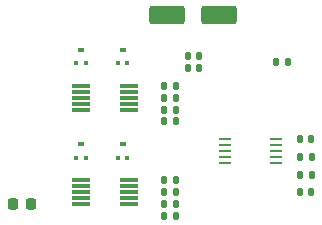
<source format=gbr>
%TF.GenerationSoftware,KiCad,Pcbnew,8.0.1*%
%TF.CreationDate,2024-04-14T22:55:27+02:00*%
%TF.ProjectId,printhead-pcb,7072696e-7468-4656-9164-2d7063622e6b,rev?*%
%TF.SameCoordinates,Original*%
%TF.FileFunction,Paste,Bot*%
%TF.FilePolarity,Positive*%
%FSLAX46Y46*%
G04 Gerber Fmt 4.6, Leading zero omitted, Abs format (unit mm)*
G04 Created by KiCad (PCBNEW 8.0.1) date 2024-04-14 22:55:27*
%MOMM*%
%LPD*%
G01*
G04 APERTURE LIST*
G04 Aperture macros list*
%AMRoundRect*
0 Rectangle with rounded corners*
0 $1 Rounding radius*
0 $2 $3 $4 $5 $6 $7 $8 $9 X,Y pos of 4 corners*
0 Add a 4 corners polygon primitive as box body*
4,1,4,$2,$3,$4,$5,$6,$7,$8,$9,$2,$3,0*
0 Add four circle primitives for the rounded corners*
1,1,$1+$1,$2,$3*
1,1,$1+$1,$4,$5*
1,1,$1+$1,$6,$7*
1,1,$1+$1,$8,$9*
0 Add four rect primitives between the rounded corners*
20,1,$1+$1,$2,$3,$4,$5,0*
20,1,$1+$1,$4,$5,$6,$7,0*
20,1,$1+$1,$6,$7,$8,$9,0*
20,1,$1+$1,$8,$9,$2,$3,0*%
G04 Aperture macros list end*
%ADD10RoundRect,0.135000X-0.135000X-0.185000X0.135000X-0.185000X0.135000X0.185000X-0.135000X0.185000X0*%
%ADD11RoundRect,0.140000X0.140000X0.170000X-0.140000X0.170000X-0.140000X-0.170000X0.140000X-0.170000X0*%
%ADD12R,0.400000X0.450000*%
%ADD13R,0.500000X0.450000*%
%ADD14RoundRect,0.140000X-0.140000X-0.170000X0.140000X-0.170000X0.140000X0.170000X-0.140000X0.170000X0*%
%ADD15RoundRect,0.135000X0.135000X0.185000X-0.135000X0.185000X-0.135000X-0.185000X0.135000X-0.185000X0*%
%ADD16RoundRect,0.218750X-0.218750X-0.256250X0.218750X-0.256250X0.218750X0.256250X-0.218750X0.256250X0*%
%ADD17R,1.100000X0.250000*%
%ADD18RoundRect,0.250000X1.250000X0.550000X-1.250000X0.550000X-1.250000X-0.550000X1.250000X-0.550000X0*%
%ADD19R,1.524000X0.330200*%
G04 APERTURE END LIST*
D10*
%TO.C,R11*%
X126990000Y-76000000D03*
X128010000Y-76000000D03*
%TD*%
D11*
%TO.C,C5*%
X129980000Y-64500000D03*
X129020000Y-64500000D03*
%TD*%
D10*
%TO.C,R5*%
X126990000Y-74000000D03*
X128010000Y-74000000D03*
%TD*%
D12*
%TO.C,Q3*%
X123900000Y-64075000D03*
X123100000Y-64075000D03*
D13*
X123500000Y-62925000D03*
%TD*%
D10*
%TO.C,R7*%
X126990000Y-77000000D03*
X128010000Y-77000000D03*
%TD*%
%TO.C,R9*%
X126990000Y-75000000D03*
X128010000Y-75000000D03*
%TD*%
D14*
%TO.C,C7*%
X138520000Y-70500000D03*
X139480000Y-70500000D03*
%TD*%
D10*
%TO.C,R4*%
X126990000Y-66000000D03*
X128010000Y-66000000D03*
%TD*%
D15*
%TO.C,R12*%
X139510000Y-72000000D03*
X138490000Y-72000000D03*
%TD*%
D16*
%TO.C,L2*%
X114212500Y-76000000D03*
X115787500Y-76000000D03*
%TD*%
D14*
%TO.C,C4*%
X136520000Y-64000000D03*
X137480000Y-64000000D03*
%TD*%
D10*
%TO.C,R8*%
X126990000Y-67000000D03*
X128010000Y-67000000D03*
%TD*%
D12*
%TO.C,Q4*%
X123900000Y-72075000D03*
X123100000Y-72075000D03*
D13*
X123500000Y-70925000D03*
%TD*%
D14*
%TO.C,C9*%
X138520000Y-75000000D03*
X139480000Y-75000000D03*
%TD*%
D17*
%TO.C,U3*%
X136500000Y-70500000D03*
X136500000Y-71000000D03*
X136500000Y-71500000D03*
X136500000Y-72000000D03*
X136500000Y-72500000D03*
X132200000Y-72500000D03*
X132200000Y-72000000D03*
X132200000Y-71500000D03*
X132200000Y-71000000D03*
X132200000Y-70500000D03*
%TD*%
D10*
%TO.C,R6*%
X126990000Y-69000000D03*
X128010000Y-69000000D03*
%TD*%
D18*
%TO.C,C1*%
X131700000Y-60000000D03*
X127300000Y-60000000D03*
%TD*%
D12*
%TO.C,Q2*%
X120400000Y-72075000D03*
X119600000Y-72075000D03*
D13*
X120000000Y-70925000D03*
%TD*%
D19*
%TO.C,U1*%
X119955300Y-68000001D03*
X119955300Y-67499999D03*
X119955300Y-67000000D03*
X119955300Y-66500001D03*
X119955300Y-65999999D03*
X124044700Y-65999999D03*
X124044700Y-66500001D03*
X124044700Y-67000000D03*
X124044700Y-67499999D03*
X124044700Y-68000001D03*
%TD*%
D11*
%TO.C,C3*%
X129980000Y-63500000D03*
X129020000Y-63500000D03*
%TD*%
D15*
%TO.C,R13*%
X139510000Y-73500000D03*
X138490000Y-73500000D03*
%TD*%
D12*
%TO.C,Q1*%
X120400000Y-64075000D03*
X119600000Y-64075000D03*
D13*
X120000000Y-62925000D03*
%TD*%
D19*
%TO.C,U2*%
X119955300Y-76000001D03*
X119955300Y-75499999D03*
X119955300Y-75000000D03*
X119955300Y-74500001D03*
X119955300Y-73999999D03*
X124044700Y-73999999D03*
X124044700Y-74500001D03*
X124044700Y-75000000D03*
X124044700Y-75499999D03*
X124044700Y-76000001D03*
%TD*%
D10*
%TO.C,R10*%
X126990000Y-68000000D03*
X128010000Y-68000000D03*
%TD*%
M02*

</source>
